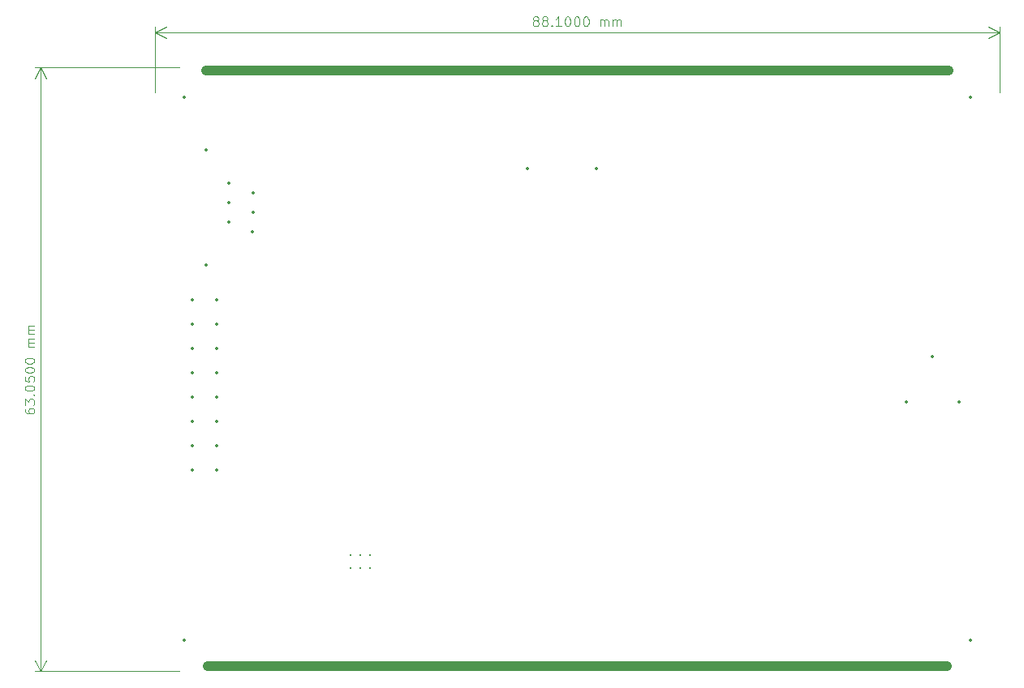
<source format=gbo>
%TF.GenerationSoftware,KiCad,Pcbnew,8.0.1*%
%TF.CreationDate,2024-09-08T16:38:15+01:00*%
%TF.ProjectId,BaselineRP2040MotorController,42617365-6c69-46e6-9552-50323034304d,rev?*%
%TF.SameCoordinates,Original*%
%TF.FileFunction,Legend,Bot*%
%TF.FilePolarity,Positive*%
%FSLAX46Y46*%
G04 Gerber Fmt 4.6, Leading zero omitted, Abs format (unit mm)*
G04 Created by KiCad (PCBNEW 8.0.1) date 2024-09-08 16:38:15*
%MOMM*%
%LPD*%
G01*
G04 APERTURE LIST*
%ADD10C,1.000000*%
%ADD11C,0.100000*%
%ADD12C,0.350000*%
%ADD13C,0.200000*%
G04 APERTURE END LIST*
D10*
X156300000Y-106300000D02*
X233500000Y-106300000D01*
X156200000Y-44100000D02*
X233600000Y-44100000D01*
D11*
X190471429Y-38885990D02*
X190376191Y-38838371D01*
X190376191Y-38838371D02*
X190328572Y-38790752D01*
X190328572Y-38790752D02*
X190280953Y-38695514D01*
X190280953Y-38695514D02*
X190280953Y-38647895D01*
X190280953Y-38647895D02*
X190328572Y-38552657D01*
X190328572Y-38552657D02*
X190376191Y-38505038D01*
X190376191Y-38505038D02*
X190471429Y-38457419D01*
X190471429Y-38457419D02*
X190661905Y-38457419D01*
X190661905Y-38457419D02*
X190757143Y-38505038D01*
X190757143Y-38505038D02*
X190804762Y-38552657D01*
X190804762Y-38552657D02*
X190852381Y-38647895D01*
X190852381Y-38647895D02*
X190852381Y-38695514D01*
X190852381Y-38695514D02*
X190804762Y-38790752D01*
X190804762Y-38790752D02*
X190757143Y-38838371D01*
X190757143Y-38838371D02*
X190661905Y-38885990D01*
X190661905Y-38885990D02*
X190471429Y-38885990D01*
X190471429Y-38885990D02*
X190376191Y-38933609D01*
X190376191Y-38933609D02*
X190328572Y-38981228D01*
X190328572Y-38981228D02*
X190280953Y-39076466D01*
X190280953Y-39076466D02*
X190280953Y-39266942D01*
X190280953Y-39266942D02*
X190328572Y-39362180D01*
X190328572Y-39362180D02*
X190376191Y-39409800D01*
X190376191Y-39409800D02*
X190471429Y-39457419D01*
X190471429Y-39457419D02*
X190661905Y-39457419D01*
X190661905Y-39457419D02*
X190757143Y-39409800D01*
X190757143Y-39409800D02*
X190804762Y-39362180D01*
X190804762Y-39362180D02*
X190852381Y-39266942D01*
X190852381Y-39266942D02*
X190852381Y-39076466D01*
X190852381Y-39076466D02*
X190804762Y-38981228D01*
X190804762Y-38981228D02*
X190757143Y-38933609D01*
X190757143Y-38933609D02*
X190661905Y-38885990D01*
X191423810Y-38885990D02*
X191328572Y-38838371D01*
X191328572Y-38838371D02*
X191280953Y-38790752D01*
X191280953Y-38790752D02*
X191233334Y-38695514D01*
X191233334Y-38695514D02*
X191233334Y-38647895D01*
X191233334Y-38647895D02*
X191280953Y-38552657D01*
X191280953Y-38552657D02*
X191328572Y-38505038D01*
X191328572Y-38505038D02*
X191423810Y-38457419D01*
X191423810Y-38457419D02*
X191614286Y-38457419D01*
X191614286Y-38457419D02*
X191709524Y-38505038D01*
X191709524Y-38505038D02*
X191757143Y-38552657D01*
X191757143Y-38552657D02*
X191804762Y-38647895D01*
X191804762Y-38647895D02*
X191804762Y-38695514D01*
X191804762Y-38695514D02*
X191757143Y-38790752D01*
X191757143Y-38790752D02*
X191709524Y-38838371D01*
X191709524Y-38838371D02*
X191614286Y-38885990D01*
X191614286Y-38885990D02*
X191423810Y-38885990D01*
X191423810Y-38885990D02*
X191328572Y-38933609D01*
X191328572Y-38933609D02*
X191280953Y-38981228D01*
X191280953Y-38981228D02*
X191233334Y-39076466D01*
X191233334Y-39076466D02*
X191233334Y-39266942D01*
X191233334Y-39266942D02*
X191280953Y-39362180D01*
X191280953Y-39362180D02*
X191328572Y-39409800D01*
X191328572Y-39409800D02*
X191423810Y-39457419D01*
X191423810Y-39457419D02*
X191614286Y-39457419D01*
X191614286Y-39457419D02*
X191709524Y-39409800D01*
X191709524Y-39409800D02*
X191757143Y-39362180D01*
X191757143Y-39362180D02*
X191804762Y-39266942D01*
X191804762Y-39266942D02*
X191804762Y-39076466D01*
X191804762Y-39076466D02*
X191757143Y-38981228D01*
X191757143Y-38981228D02*
X191709524Y-38933609D01*
X191709524Y-38933609D02*
X191614286Y-38885990D01*
X192233334Y-39362180D02*
X192280953Y-39409800D01*
X192280953Y-39409800D02*
X192233334Y-39457419D01*
X192233334Y-39457419D02*
X192185715Y-39409800D01*
X192185715Y-39409800D02*
X192233334Y-39362180D01*
X192233334Y-39362180D02*
X192233334Y-39457419D01*
X193233333Y-39457419D02*
X192661905Y-39457419D01*
X192947619Y-39457419D02*
X192947619Y-38457419D01*
X192947619Y-38457419D02*
X192852381Y-38600276D01*
X192852381Y-38600276D02*
X192757143Y-38695514D01*
X192757143Y-38695514D02*
X192661905Y-38743133D01*
X193852381Y-38457419D02*
X193947619Y-38457419D01*
X193947619Y-38457419D02*
X194042857Y-38505038D01*
X194042857Y-38505038D02*
X194090476Y-38552657D01*
X194090476Y-38552657D02*
X194138095Y-38647895D01*
X194138095Y-38647895D02*
X194185714Y-38838371D01*
X194185714Y-38838371D02*
X194185714Y-39076466D01*
X194185714Y-39076466D02*
X194138095Y-39266942D01*
X194138095Y-39266942D02*
X194090476Y-39362180D01*
X194090476Y-39362180D02*
X194042857Y-39409800D01*
X194042857Y-39409800D02*
X193947619Y-39457419D01*
X193947619Y-39457419D02*
X193852381Y-39457419D01*
X193852381Y-39457419D02*
X193757143Y-39409800D01*
X193757143Y-39409800D02*
X193709524Y-39362180D01*
X193709524Y-39362180D02*
X193661905Y-39266942D01*
X193661905Y-39266942D02*
X193614286Y-39076466D01*
X193614286Y-39076466D02*
X193614286Y-38838371D01*
X193614286Y-38838371D02*
X193661905Y-38647895D01*
X193661905Y-38647895D02*
X193709524Y-38552657D01*
X193709524Y-38552657D02*
X193757143Y-38505038D01*
X193757143Y-38505038D02*
X193852381Y-38457419D01*
X194804762Y-38457419D02*
X194900000Y-38457419D01*
X194900000Y-38457419D02*
X194995238Y-38505038D01*
X194995238Y-38505038D02*
X195042857Y-38552657D01*
X195042857Y-38552657D02*
X195090476Y-38647895D01*
X195090476Y-38647895D02*
X195138095Y-38838371D01*
X195138095Y-38838371D02*
X195138095Y-39076466D01*
X195138095Y-39076466D02*
X195090476Y-39266942D01*
X195090476Y-39266942D02*
X195042857Y-39362180D01*
X195042857Y-39362180D02*
X194995238Y-39409800D01*
X194995238Y-39409800D02*
X194900000Y-39457419D01*
X194900000Y-39457419D02*
X194804762Y-39457419D01*
X194804762Y-39457419D02*
X194709524Y-39409800D01*
X194709524Y-39409800D02*
X194661905Y-39362180D01*
X194661905Y-39362180D02*
X194614286Y-39266942D01*
X194614286Y-39266942D02*
X194566667Y-39076466D01*
X194566667Y-39076466D02*
X194566667Y-38838371D01*
X194566667Y-38838371D02*
X194614286Y-38647895D01*
X194614286Y-38647895D02*
X194661905Y-38552657D01*
X194661905Y-38552657D02*
X194709524Y-38505038D01*
X194709524Y-38505038D02*
X194804762Y-38457419D01*
X195757143Y-38457419D02*
X195852381Y-38457419D01*
X195852381Y-38457419D02*
X195947619Y-38505038D01*
X195947619Y-38505038D02*
X195995238Y-38552657D01*
X195995238Y-38552657D02*
X196042857Y-38647895D01*
X196042857Y-38647895D02*
X196090476Y-38838371D01*
X196090476Y-38838371D02*
X196090476Y-39076466D01*
X196090476Y-39076466D02*
X196042857Y-39266942D01*
X196042857Y-39266942D02*
X195995238Y-39362180D01*
X195995238Y-39362180D02*
X195947619Y-39409800D01*
X195947619Y-39409800D02*
X195852381Y-39457419D01*
X195852381Y-39457419D02*
X195757143Y-39457419D01*
X195757143Y-39457419D02*
X195661905Y-39409800D01*
X195661905Y-39409800D02*
X195614286Y-39362180D01*
X195614286Y-39362180D02*
X195566667Y-39266942D01*
X195566667Y-39266942D02*
X195519048Y-39076466D01*
X195519048Y-39076466D02*
X195519048Y-38838371D01*
X195519048Y-38838371D02*
X195566667Y-38647895D01*
X195566667Y-38647895D02*
X195614286Y-38552657D01*
X195614286Y-38552657D02*
X195661905Y-38505038D01*
X195661905Y-38505038D02*
X195757143Y-38457419D01*
X197280953Y-39457419D02*
X197280953Y-38790752D01*
X197280953Y-38885990D02*
X197328572Y-38838371D01*
X197328572Y-38838371D02*
X197423810Y-38790752D01*
X197423810Y-38790752D02*
X197566667Y-38790752D01*
X197566667Y-38790752D02*
X197661905Y-38838371D01*
X197661905Y-38838371D02*
X197709524Y-38933609D01*
X197709524Y-38933609D02*
X197709524Y-39457419D01*
X197709524Y-38933609D02*
X197757143Y-38838371D01*
X197757143Y-38838371D02*
X197852381Y-38790752D01*
X197852381Y-38790752D02*
X197995238Y-38790752D01*
X197995238Y-38790752D02*
X198090477Y-38838371D01*
X198090477Y-38838371D02*
X198138096Y-38933609D01*
X198138096Y-38933609D02*
X198138096Y-39457419D01*
X198614286Y-39457419D02*
X198614286Y-38790752D01*
X198614286Y-38885990D02*
X198661905Y-38838371D01*
X198661905Y-38838371D02*
X198757143Y-38790752D01*
X198757143Y-38790752D02*
X198900000Y-38790752D01*
X198900000Y-38790752D02*
X198995238Y-38838371D01*
X198995238Y-38838371D02*
X199042857Y-38933609D01*
X199042857Y-38933609D02*
X199042857Y-39457419D01*
X199042857Y-38933609D02*
X199090476Y-38838371D01*
X199090476Y-38838371D02*
X199185714Y-38790752D01*
X199185714Y-38790752D02*
X199328571Y-38790752D01*
X199328571Y-38790752D02*
X199423810Y-38838371D01*
X199423810Y-38838371D02*
X199471429Y-38933609D01*
X199471429Y-38933609D02*
X199471429Y-39457419D01*
X150850000Y-46350000D02*
X150850000Y-39513580D01*
X238950000Y-46350000D02*
X238950000Y-39513580D01*
X150850000Y-40100000D02*
X238950000Y-40100000D01*
X150850000Y-40100000D02*
X238950000Y-40100000D01*
X150850000Y-40100000D02*
X151976504Y-39513579D01*
X150850000Y-40100000D02*
X151976504Y-40686421D01*
X238950000Y-40100000D02*
X237823496Y-40686421D01*
X238950000Y-40100000D02*
X237823496Y-39513579D01*
X137257419Y-79467856D02*
X137257419Y-79658332D01*
X137257419Y-79658332D02*
X137305038Y-79753570D01*
X137305038Y-79753570D02*
X137352657Y-79801189D01*
X137352657Y-79801189D02*
X137495514Y-79896427D01*
X137495514Y-79896427D02*
X137685990Y-79944046D01*
X137685990Y-79944046D02*
X138066942Y-79944046D01*
X138066942Y-79944046D02*
X138162180Y-79896427D01*
X138162180Y-79896427D02*
X138209800Y-79848808D01*
X138209800Y-79848808D02*
X138257419Y-79753570D01*
X138257419Y-79753570D02*
X138257419Y-79563094D01*
X138257419Y-79563094D02*
X138209800Y-79467856D01*
X138209800Y-79467856D02*
X138162180Y-79420237D01*
X138162180Y-79420237D02*
X138066942Y-79372618D01*
X138066942Y-79372618D02*
X137828847Y-79372618D01*
X137828847Y-79372618D02*
X137733609Y-79420237D01*
X137733609Y-79420237D02*
X137685990Y-79467856D01*
X137685990Y-79467856D02*
X137638371Y-79563094D01*
X137638371Y-79563094D02*
X137638371Y-79753570D01*
X137638371Y-79753570D02*
X137685990Y-79848808D01*
X137685990Y-79848808D02*
X137733609Y-79896427D01*
X137733609Y-79896427D02*
X137828847Y-79944046D01*
X137257419Y-79039284D02*
X137257419Y-78420237D01*
X137257419Y-78420237D02*
X137638371Y-78753570D01*
X137638371Y-78753570D02*
X137638371Y-78610713D01*
X137638371Y-78610713D02*
X137685990Y-78515475D01*
X137685990Y-78515475D02*
X137733609Y-78467856D01*
X137733609Y-78467856D02*
X137828847Y-78420237D01*
X137828847Y-78420237D02*
X138066942Y-78420237D01*
X138066942Y-78420237D02*
X138162180Y-78467856D01*
X138162180Y-78467856D02*
X138209800Y-78515475D01*
X138209800Y-78515475D02*
X138257419Y-78610713D01*
X138257419Y-78610713D02*
X138257419Y-78896427D01*
X138257419Y-78896427D02*
X138209800Y-78991665D01*
X138209800Y-78991665D02*
X138162180Y-79039284D01*
X138162180Y-77991665D02*
X138209800Y-77944046D01*
X138209800Y-77944046D02*
X138257419Y-77991665D01*
X138257419Y-77991665D02*
X138209800Y-78039284D01*
X138209800Y-78039284D02*
X138162180Y-77991665D01*
X138162180Y-77991665D02*
X138257419Y-77991665D01*
X137257419Y-77324999D02*
X137257419Y-77229761D01*
X137257419Y-77229761D02*
X137305038Y-77134523D01*
X137305038Y-77134523D02*
X137352657Y-77086904D01*
X137352657Y-77086904D02*
X137447895Y-77039285D01*
X137447895Y-77039285D02*
X137638371Y-76991666D01*
X137638371Y-76991666D02*
X137876466Y-76991666D01*
X137876466Y-76991666D02*
X138066942Y-77039285D01*
X138066942Y-77039285D02*
X138162180Y-77086904D01*
X138162180Y-77086904D02*
X138209800Y-77134523D01*
X138209800Y-77134523D02*
X138257419Y-77229761D01*
X138257419Y-77229761D02*
X138257419Y-77324999D01*
X138257419Y-77324999D02*
X138209800Y-77420237D01*
X138209800Y-77420237D02*
X138162180Y-77467856D01*
X138162180Y-77467856D02*
X138066942Y-77515475D01*
X138066942Y-77515475D02*
X137876466Y-77563094D01*
X137876466Y-77563094D02*
X137638371Y-77563094D01*
X137638371Y-77563094D02*
X137447895Y-77515475D01*
X137447895Y-77515475D02*
X137352657Y-77467856D01*
X137352657Y-77467856D02*
X137305038Y-77420237D01*
X137305038Y-77420237D02*
X137257419Y-77324999D01*
X137257419Y-76086904D02*
X137257419Y-76563094D01*
X137257419Y-76563094D02*
X137733609Y-76610713D01*
X137733609Y-76610713D02*
X137685990Y-76563094D01*
X137685990Y-76563094D02*
X137638371Y-76467856D01*
X137638371Y-76467856D02*
X137638371Y-76229761D01*
X137638371Y-76229761D02*
X137685990Y-76134523D01*
X137685990Y-76134523D02*
X137733609Y-76086904D01*
X137733609Y-76086904D02*
X137828847Y-76039285D01*
X137828847Y-76039285D02*
X138066942Y-76039285D01*
X138066942Y-76039285D02*
X138162180Y-76086904D01*
X138162180Y-76086904D02*
X138209800Y-76134523D01*
X138209800Y-76134523D02*
X138257419Y-76229761D01*
X138257419Y-76229761D02*
X138257419Y-76467856D01*
X138257419Y-76467856D02*
X138209800Y-76563094D01*
X138209800Y-76563094D02*
X138162180Y-76610713D01*
X137257419Y-75420237D02*
X137257419Y-75324999D01*
X137257419Y-75324999D02*
X137305038Y-75229761D01*
X137305038Y-75229761D02*
X137352657Y-75182142D01*
X137352657Y-75182142D02*
X137447895Y-75134523D01*
X137447895Y-75134523D02*
X137638371Y-75086904D01*
X137638371Y-75086904D02*
X137876466Y-75086904D01*
X137876466Y-75086904D02*
X138066942Y-75134523D01*
X138066942Y-75134523D02*
X138162180Y-75182142D01*
X138162180Y-75182142D02*
X138209800Y-75229761D01*
X138209800Y-75229761D02*
X138257419Y-75324999D01*
X138257419Y-75324999D02*
X138257419Y-75420237D01*
X138257419Y-75420237D02*
X138209800Y-75515475D01*
X138209800Y-75515475D02*
X138162180Y-75563094D01*
X138162180Y-75563094D02*
X138066942Y-75610713D01*
X138066942Y-75610713D02*
X137876466Y-75658332D01*
X137876466Y-75658332D02*
X137638371Y-75658332D01*
X137638371Y-75658332D02*
X137447895Y-75610713D01*
X137447895Y-75610713D02*
X137352657Y-75563094D01*
X137352657Y-75563094D02*
X137305038Y-75515475D01*
X137305038Y-75515475D02*
X137257419Y-75420237D01*
X137257419Y-74467856D02*
X137257419Y-74372618D01*
X137257419Y-74372618D02*
X137305038Y-74277380D01*
X137305038Y-74277380D02*
X137352657Y-74229761D01*
X137352657Y-74229761D02*
X137447895Y-74182142D01*
X137447895Y-74182142D02*
X137638371Y-74134523D01*
X137638371Y-74134523D02*
X137876466Y-74134523D01*
X137876466Y-74134523D02*
X138066942Y-74182142D01*
X138066942Y-74182142D02*
X138162180Y-74229761D01*
X138162180Y-74229761D02*
X138209800Y-74277380D01*
X138209800Y-74277380D02*
X138257419Y-74372618D01*
X138257419Y-74372618D02*
X138257419Y-74467856D01*
X138257419Y-74467856D02*
X138209800Y-74563094D01*
X138209800Y-74563094D02*
X138162180Y-74610713D01*
X138162180Y-74610713D02*
X138066942Y-74658332D01*
X138066942Y-74658332D02*
X137876466Y-74705951D01*
X137876466Y-74705951D02*
X137638371Y-74705951D01*
X137638371Y-74705951D02*
X137447895Y-74658332D01*
X137447895Y-74658332D02*
X137352657Y-74610713D01*
X137352657Y-74610713D02*
X137305038Y-74563094D01*
X137305038Y-74563094D02*
X137257419Y-74467856D01*
X138257419Y-72944046D02*
X137590752Y-72944046D01*
X137685990Y-72944046D02*
X137638371Y-72896427D01*
X137638371Y-72896427D02*
X137590752Y-72801189D01*
X137590752Y-72801189D02*
X137590752Y-72658332D01*
X137590752Y-72658332D02*
X137638371Y-72563094D01*
X137638371Y-72563094D02*
X137733609Y-72515475D01*
X137733609Y-72515475D02*
X138257419Y-72515475D01*
X137733609Y-72515475D02*
X137638371Y-72467856D01*
X137638371Y-72467856D02*
X137590752Y-72372618D01*
X137590752Y-72372618D02*
X137590752Y-72229761D01*
X137590752Y-72229761D02*
X137638371Y-72134522D01*
X137638371Y-72134522D02*
X137733609Y-72086903D01*
X137733609Y-72086903D02*
X138257419Y-72086903D01*
X138257419Y-71610713D02*
X137590752Y-71610713D01*
X137685990Y-71610713D02*
X137638371Y-71563094D01*
X137638371Y-71563094D02*
X137590752Y-71467856D01*
X137590752Y-71467856D02*
X137590752Y-71324999D01*
X137590752Y-71324999D02*
X137638371Y-71229761D01*
X137638371Y-71229761D02*
X137733609Y-71182142D01*
X137733609Y-71182142D02*
X138257419Y-71182142D01*
X137733609Y-71182142D02*
X137638371Y-71134523D01*
X137638371Y-71134523D02*
X137590752Y-71039285D01*
X137590752Y-71039285D02*
X137590752Y-70896428D01*
X137590752Y-70896428D02*
X137638371Y-70801189D01*
X137638371Y-70801189D02*
X137733609Y-70753570D01*
X137733609Y-70753570D02*
X138257419Y-70753570D01*
X153400000Y-43800000D02*
X138313580Y-43800000D01*
X153400000Y-106850000D02*
X138313580Y-106850000D01*
X138900000Y-43800000D02*
X138900000Y-106850000D01*
X138900000Y-43800000D02*
X138900000Y-106850000D01*
X138900000Y-43800000D02*
X139486421Y-44926504D01*
X138900000Y-43800000D02*
X138313579Y-44926504D01*
X138900000Y-106850000D02*
X138313579Y-105723496D01*
X138900000Y-106850000D02*
X139486421Y-105723496D01*
D12*
X231948719Y-73978431D03*
X229198719Y-78741569D03*
X234696000Y-78740000D03*
X189693999Y-54356000D03*
X196894001Y-54356000D03*
X156195997Y-52417997D03*
X156195996Y-64417999D03*
X160995997Y-60967997D03*
X158495997Y-59947999D03*
X161035997Y-58928000D03*
X158495998Y-57907999D03*
X161035997Y-56887998D03*
X158495996Y-55867997D03*
X235900000Y-103600000D03*
D13*
X172228000Y-96042003D03*
X171228000Y-96042002D03*
X173228000Y-96042001D03*
X171228002Y-94742001D03*
X173228002Y-94742000D03*
X172228002Y-94741999D03*
D12*
X153900000Y-46850000D03*
X157225998Y-85851999D03*
X154685998Y-85851999D03*
X157225998Y-83311999D03*
X154686000Y-83312000D03*
X157225995Y-80772000D03*
X154685999Y-80772001D03*
X157225998Y-78231999D03*
X154685997Y-78232000D03*
X157225999Y-75691999D03*
X154685996Y-75691999D03*
X157225996Y-73152000D03*
X154685998Y-73151999D03*
X157225998Y-70611999D03*
X154685997Y-70611997D03*
X157225995Y-68071997D03*
X154685997Y-68072000D03*
X235900000Y-46850000D03*
X153900000Y-103600000D03*
M02*

</source>
